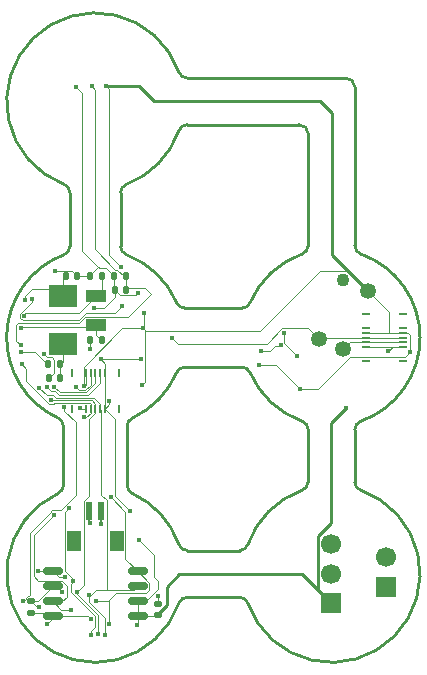
<source format=gbr>
%TF.GenerationSoftware,KiCad,Pcbnew,9.0.1*%
%TF.CreationDate,2025-04-17T12:30:49-04:00*%
%TF.ProjectId,IngestibleCapsule-Board_v2,496e6765-7374-4696-926c-654361707375,rev?*%
%TF.SameCoordinates,Original*%
%TF.FileFunction,Copper,L2,Bot*%
%TF.FilePolarity,Positive*%
%FSLAX46Y46*%
G04 Gerber Fmt 4.6, Leading zero omitted, Abs format (unit mm)*
G04 Created by KiCad (PCBNEW 9.0.1) date 2025-04-17 12:30:49*
%MOMM*%
%LPD*%
G01*
G04 APERTURE LIST*
G04 Aperture macros list*
%AMRoundRect*
0 Rectangle with rounded corners*
0 $1 Rounding radius*
0 $2 $3 $4 $5 $6 $7 $8 $9 X,Y pos of 4 corners*
0 Add a 4 corners polygon primitive as box body*
4,1,4,$2,$3,$4,$5,$6,$7,$8,$9,$2,$3,0*
0 Add four circle primitives for the rounded corners*
1,1,$1+$1,$2,$3*
1,1,$1+$1,$4,$5*
1,1,$1+$1,$6,$7*
1,1,$1+$1,$8,$9*
0 Add four rect primitives between the rounded corners*
20,1,$1+$1,$2,$3,$4,$5,0*
20,1,$1+$1,$4,$5,$6,$7,0*
20,1,$1+$1,$6,$7,$8,$9,0*
20,1,$1+$1,$8,$9,$2,$3,0*%
G04 Aperture macros list end*
%TA.AperFunction,ComponentPad*%
%ADD10R,1.700000X1.700000*%
%TD*%
%TA.AperFunction,ComponentPad*%
%ADD11C,1.700000*%
%TD*%
%TA.AperFunction,ComponentPad*%
%ADD12C,1.350000*%
%TD*%
%TA.AperFunction,ComponentPad*%
%ADD13C,1.100000*%
%TD*%
%TA.AperFunction,SMDPad,CuDef*%
%ADD14R,0.600000X1.550000*%
%TD*%
%TA.AperFunction,SMDPad,CuDef*%
%ADD15R,1.200000X1.800000*%
%TD*%
%TA.AperFunction,SMDPad,CuDef*%
%ADD16R,2.400000X1.900000*%
%TD*%
%TA.AperFunction,SMDPad,CuDef*%
%ADD17RoundRect,0.135000X0.135000X0.185000X-0.135000X0.185000X-0.135000X-0.185000X0.135000X-0.185000X0*%
%TD*%
%TA.AperFunction,SMDPad,CuDef*%
%ADD18R,0.700000X0.200000*%
%TD*%
%TA.AperFunction,SMDPad,CuDef*%
%ADD19RoundRect,0.135000X-0.185000X0.135000X-0.185000X-0.135000X0.185000X-0.135000X0.185000X0.135000X0*%
%TD*%
%TA.AperFunction,SMDPad,CuDef*%
%ADD20RoundRect,0.140000X0.170000X-0.140000X0.170000X0.140000X-0.170000X0.140000X-0.170000X-0.140000X0*%
%TD*%
%TA.AperFunction,SMDPad,CuDef*%
%ADD21RoundRect,0.140000X0.140000X0.170000X-0.140000X0.170000X-0.140000X-0.170000X0.140000X-0.170000X0*%
%TD*%
%TA.AperFunction,SMDPad,CuDef*%
%ADD22RoundRect,0.140000X-0.140000X-0.170000X0.140000X-0.170000X0.140000X0.170000X-0.140000X0.170000X0*%
%TD*%
%TA.AperFunction,SMDPad,CuDef*%
%ADD23R,1.800000X1.000000*%
%TD*%
%TA.AperFunction,SMDPad,CuDef*%
%ADD24RoundRect,0.162500X-0.650000X-0.162500X0.650000X-0.162500X0.650000X0.162500X-0.650000X0.162500X0*%
%TD*%
%TA.AperFunction,SMDPad,CuDef*%
%ADD25R,0.200000X0.700000*%
%TD*%
%TA.AperFunction,ViaPad*%
%ADD26C,0.450000*%
%TD*%
%TA.AperFunction,Conductor*%
%ADD27C,0.100000*%
%TD*%
%TA.AperFunction,Conductor*%
%ADD28C,0.250000*%
%TD*%
%TA.AperFunction,Conductor*%
%ADD29C,0.200000*%
%TD*%
%TA.AperFunction,Profile*%
%ADD30C,0.250000*%
%TD*%
G04 APERTURE END LIST*
D10*
%TO.P,J8,1,Pin_1*%
%TO.N,+3.3V*%
X114595000Y-121110000D03*
D11*
%TO.P,J8,2,Pin_2*%
%TO.N,GND*%
X114595000Y-118570000D03*
%TD*%
D10*
%TO.P,J7,1,Pin_1*%
%TO.N,+3.3V*%
X110000000Y-122500000D03*
D11*
%TO.P,J7,2,Pin_2*%
%TO.N,GND*%
X110000000Y-120000000D03*
%TO.P,J7,3,Pin_3*%
%TO.N,unconnected-(J7-Pin_3-Pad3)*%
X110000000Y-117500000D03*
%TD*%
D12*
%TO.P,U2,1,SDA*%
%TO.N,/MCU_I2C_SDA*%
X111000000Y-101000000D03*
%TO.P,U2,2,VDD*%
%TO.N,+3.3V*%
X113065000Y-96015000D03*
D13*
%TO.P,U2,3,GND*%
%TO.N,GND*%
X111000000Y-95160000D03*
D12*
%TO.P,U2,4,SCL*%
%TO.N,/MCU_I2C_SCL*%
X108935000Y-100145000D03*
%TD*%
D14*
%TO.P,J6,1,Pin_1*%
%TO.N,/RF Transceiver/RFN*%
X90500000Y-114663000D03*
%TO.P,J6,2,Pin_2*%
%TO.N,/RF Transceiver/RFP*%
X89500000Y-114663000D03*
D15*
%TO.P,J6,MP1*%
%TO.N,N/C*%
X91800000Y-117188000D03*
%TO.P,J6,MP2*%
X88200000Y-117188000D03*
%TD*%
D16*
%TO.P,Y1,1,1*%
%TO.N,Net-(C10-Pad2)*%
X87250000Y-100550000D03*
%TO.P,Y1,2,2*%
%TO.N,Net-(U1-PF0)*%
X87250000Y-96450000D03*
%TD*%
D17*
%TO.P,R3,1*%
%TO.N,Net-(C10-Pad2)*%
X87050000Y-102250000D03*
%TO.P,R3,2*%
%TO.N,Net-(U1-PF1)*%
X86030000Y-102250000D03*
%TD*%
D18*
%TO.P,J2,*%
%TO.N,*%
X112960000Y-102000000D03*
X116040000Y-102000000D03*
X112960000Y-98000000D03*
X116040000Y-98000000D03*
%TO.P,J2,1,1*%
%TO.N,GND*%
X112960000Y-100800000D03*
%TO.P,J2,2,2*%
X116040000Y-100800000D03*
%TO.P,J2,3,3*%
%TO.N,/MCU_I2C_SDA*%
X112960000Y-100400000D03*
%TO.P,J2,4,4*%
X116040000Y-100400000D03*
%TO.P,J2,5,5*%
%TO.N,/MCU_I2C_SCL*%
X112960000Y-100000000D03*
%TO.P,J2,6,6*%
X116040000Y-100000000D03*
%TO.P,J2,7,7*%
%TO.N,+3.3V*%
X112960000Y-99600000D03*
%TO.P,J2,8,8*%
X116040000Y-99600000D03*
%TO.P,J2,9,9*%
%TO.N,unconnected-(J2-Pad9)*%
X112960000Y-99200000D03*
%TO.P,J2,10,10*%
%TO.N,unconnected-(J2-Pad10)*%
X116040000Y-99200000D03*
%TD*%
D17*
%TO.P,R1,1*%
%TO.N,/Processor/NRST*%
X92620000Y-94800000D03*
%TO.P,R1,2*%
%TO.N,GND*%
X91600000Y-94800000D03*
%TD*%
D19*
%TO.P,R8,1*%
%TO.N,+3.3V*%
X84600000Y-122290000D03*
%TO.P,R8,2*%
%TO.N,/MCU_MEM_CS*%
X84600000Y-123310000D03*
%TD*%
D20*
%TO.P,C15,1*%
%TO.N,+3.3V*%
X95300000Y-123480000D03*
%TO.P,C15,2*%
%TO.N,GND*%
X95300000Y-122520000D03*
%TD*%
D21*
%TO.P,C2,1*%
%TO.N,/Processor/NRST*%
X92610000Y-95950000D03*
%TO.P,C2,2*%
%TO.N,GND*%
X91650000Y-95950000D03*
%TD*%
%TO.P,C9,1*%
%TO.N,GND*%
X88480000Y-94800000D03*
%TO.P,C9,2*%
%TO.N,Net-(U1-PF0)*%
X87520000Y-94800000D03*
%TD*%
D22*
%TO.P,C12,1*%
%TO.N,GND*%
X89570000Y-100200000D03*
%TO.P,C12,2*%
%TO.N,Net-(U1-PC15)*%
X90530000Y-100200000D03*
%TD*%
D23*
%TO.P,Y2,1,1*%
%TO.N,Net-(U1-PC15)*%
X90080000Y-98970000D03*
%TO.P,Y2,2,2*%
%TO.N,Net-(U1-PC14)*%
X90080000Y-96470000D03*
%TD*%
D24*
%TO.P,U4,1,~{CS}*%
%TO.N,/MCU_MEM_CS*%
X86412500Y-123600000D03*
%TO.P,U4,2,DO/IO_{1}*%
%TO.N,/MCU_SPI_MISO*%
X86412500Y-122330000D03*
%TO.P,U4,3,~{WP}/IO_{2}*%
%TO.N,+3.3V*%
X86412500Y-121060000D03*
%TO.P,U4,4,GND*%
%TO.N,GND*%
X86412500Y-119790000D03*
%TO.P,U4,5,DI/IO_{0}*%
%TO.N,/MCU_SPI_MOSI*%
X93587500Y-119790000D03*
%TO.P,U4,6,CLK*%
%TO.N,/MCU_SPI_SCK*%
X93587500Y-121060000D03*
%TO.P,U4,7,~{HOLD}/~{RESET}/IO_{3}*%
%TO.N,+3.3V*%
X93587500Y-122330000D03*
%TO.P,U4,8,VCC*%
X93587500Y-123600000D03*
%TD*%
D22*
%TO.P,C10,1*%
%TO.N,GND*%
X86070000Y-103400000D03*
%TO.P,C10,2*%
%TO.N,Net-(C10-Pad2)*%
X87030000Y-103400000D03*
%TD*%
%TO.P,C11,1*%
%TO.N,GND*%
X89570000Y-94800000D03*
%TO.P,C11,2*%
%TO.N,Net-(U1-PC14)*%
X90530000Y-94800000D03*
%TD*%
D25*
%TO.P,J3,*%
%TO.N,*%
X92000000Y-106040000D03*
X92000000Y-102960000D03*
X88000000Y-106040000D03*
X88000000Y-102960000D03*
%TO.P,J3,1,1*%
%TO.N,GND*%
X90800000Y-106040000D03*
%TO.P,J3,2,2*%
X90800000Y-102960000D03*
%TO.P,J3,3,3*%
%TO.N,/MCU_SPI_SCK*%
X90400000Y-106040000D03*
%TO.P,J3,4,4*%
%TO.N,/MCU_SPI_MISO*%
X90400000Y-102960000D03*
%TO.P,J3,5,5*%
%TO.N,/MCU_RF_CS*%
X90000000Y-106040000D03*
%TO.P,J3,6,6*%
%TO.N,/MCU_SPI_MOSI*%
X90000000Y-102960000D03*
%TO.P,J3,7,7*%
%TO.N,/MCU_RF_IRQ*%
X89600000Y-106040000D03*
%TO.P,J3,8,8*%
%TO.N,/MCU_MEM_CS*%
X89600000Y-102960000D03*
%TO.P,J3,9,9*%
%TO.N,+3.3V*%
X89200000Y-106040000D03*
%TO.P,J3,10,10*%
X89200000Y-102960000D03*
%TD*%
D26*
%TO.N,/MCU_SPI_MOSI*%
X90025000Y-122289000D03*
%TO.N,/MCU_SPI_MISO*%
X87910000Y-123020000D03*
%TO.N,/MCU_RF_CS*%
X90210000Y-125080000D03*
%TO.N,/MCU_SPI_SCK*%
X90800000Y-125150000D03*
%TO.N,Net-(U1-PF0)*%
X84074519Y-96815935D03*
%TO.N,GND*%
X86550000Y-94350000D03*
X93850000Y-101850000D03*
X92944834Y-114705166D03*
X114820000Y-101160000D03*
X89570000Y-100980000D03*
X85150000Y-119750000D03*
X85632434Y-101384433D03*
X95300000Y-121850000D03*
X93650000Y-96200000D03*
X88400000Y-78750000D03*
X89890000Y-97520000D03*
X87425000Y-120275000D03*
X90450000Y-101850000D03*
X91200000Y-105400000D03*
%TO.N,Net-(U1-PC14)*%
X84002473Y-98153897D03*
%TO.N,Net-(U1-PC15)*%
X83699000Y-99165000D03*
%TO.N,+3.3V*%
X116650000Y-101200000D03*
X93500000Y-124325000D03*
X87225000Y-121550000D03*
X111270000Y-105940000D03*
X93950000Y-104000000D03*
X107300000Y-104350000D03*
X84610000Y-96690000D03*
X92150000Y-94000000D03*
X88710000Y-105980000D03*
X94150000Y-97950000D03*
X89010000Y-104060000D03*
X103900000Y-102350000D03*
X85250000Y-122800000D03*
X92240000Y-97290000D03*
X93700000Y-117175000D03*
X94050000Y-99150000D03*
X90900000Y-78700000D03*
%TO.N,/Processor/NRST*%
X89700000Y-78700000D03*
X83725000Y-100650000D03*
%TO.N,/MCU_I2C_SCL*%
X96520000Y-100010000D03*
%TO.N,/MCU_I2C_SDA*%
X105685583Y-100654371D03*
X104055000Y-101094834D03*
%TO.N,/MCU_MEM_CS*%
X87388702Y-105888373D03*
X83920000Y-122340000D03*
X88400039Y-104193212D03*
X89600000Y-123790000D03*
X85910000Y-124250000D03*
%TO.N,/MCU_RF_IRQ*%
X83790000Y-102250000D03*
X89080000Y-106735000D03*
X87761881Y-114465000D03*
X88128266Y-120625002D03*
X89620000Y-125170000D03*
%TO.N,/MCU_SPI_MISO*%
X86515000Y-114983788D03*
X85933319Y-104181737D03*
%TO.N,/MCU_RF_CS*%
X88450166Y-121519834D03*
X86273584Y-105275000D03*
%TO.N,/RF Transceiver/RFN*%
X90500000Y-115750000D03*
%TO.N,/RF Transceiver/RFP*%
X89550000Y-115700000D03*
%TO.N,Net-(U1-PF1)*%
X83730851Y-101199972D03*
%TO.N,Net-(U3-SDO{slash}ADDR)*%
X107100000Y-101550000D03*
X106000000Y-99600000D03*
%TO.N,/MCU_SPI_MOSI*%
X91314684Y-113525000D03*
X91175000Y-124245519D03*
X86511701Y-104167031D03*
%TO.N,/MCU_SPI_SCK*%
X89462514Y-121773940D03*
X85250000Y-104250000D03*
%TD*%
D27*
%TO.N,/MCU_SPI_MOSI*%
X91049000Y-122289000D02*
X91180000Y-122420000D01*
X91180000Y-122420000D02*
X91180000Y-124240519D01*
X90025000Y-122289000D02*
X91049000Y-122289000D01*
X91180000Y-124240519D02*
X91175000Y-124245519D01*
X91180000Y-122190000D02*
X91180000Y-122420000D01*
X94551000Y-121356858D02*
X94307858Y-121600000D01*
X94307858Y-121600000D02*
X91770000Y-121600000D01*
X91770000Y-121600000D02*
X91180000Y-122190000D01*
X93587500Y-119790000D02*
X94551000Y-120753500D01*
X94551000Y-120753500D02*
X94551000Y-121356858D01*
%TO.N,/MCU_SPI_MISO*%
X87102500Y-123020000D02*
X87910000Y-123020000D01*
X86412500Y-122330000D02*
X87102500Y-123020000D01*
X87224999Y-122330000D02*
X86412500Y-122330000D01*
X87601000Y-121953999D02*
X87224999Y-122330000D01*
X87601000Y-120988142D02*
X87601000Y-121953999D01*
X84774000Y-120214000D02*
X85144000Y-120584000D01*
X85144000Y-120584000D02*
X87196858Y-120584000D01*
X87196858Y-120584000D02*
X87601000Y-120988142D01*
X84774000Y-116724788D02*
X84774000Y-120214000D01*
X86515000Y-114983788D02*
X84774000Y-116724788D01*
%TO.N,/MCU_RF_CS*%
X90210000Y-123450000D02*
X90210000Y-125080000D01*
X88450166Y-121690166D02*
X90210000Y-123450000D01*
X88450166Y-121519834D02*
X88450166Y-121690166D01*
%TO.N,/MCU_RF_IRQ*%
X87910000Y-120843268D02*
X88128266Y-120625002D01*
X87910000Y-121510000D02*
X87910000Y-120843268D01*
X89990000Y-123590000D02*
X87910000Y-121510000D01*
X89620000Y-124880000D02*
X89990000Y-124510000D01*
X89620000Y-125170000D02*
X89620000Y-124880000D01*
X89990000Y-124510000D02*
X89990000Y-123590000D01*
%TO.N,/MCU_SPI_SCK*%
X89462514Y-121773940D02*
X89646060Y-121773940D01*
X90060000Y-121360000D02*
X90960000Y-121360000D01*
X90800000Y-123740000D02*
X90800000Y-125150000D01*
X89646060Y-121773940D02*
X90060000Y-121360000D01*
X89462514Y-121773940D02*
X89462514Y-122402514D01*
X89462514Y-122402514D02*
X90800000Y-123740000D01*
%TO.N,/MCU_MEM_CS*%
X89410000Y-123600000D02*
X86412500Y-123600000D01*
X89600000Y-123790000D02*
X89410000Y-123600000D01*
%TO.N,Net-(U1-PF0)*%
X87250000Y-96450000D02*
X87250000Y-95070000D01*
X84074519Y-96815935D02*
X84074519Y-96465481D01*
X86720000Y-95920000D02*
X87250000Y-96450000D01*
X87250000Y-95070000D02*
X87520000Y-94800000D01*
X84074519Y-96465481D02*
X84620000Y-95920000D01*
X84620000Y-95920000D02*
X86720000Y-95920000D01*
%TO.N,GND*%
X116040000Y-100800000D02*
X115250000Y-100800000D01*
X115180000Y-100800000D02*
X115250000Y-100800000D01*
X91680000Y-106920000D02*
X90800000Y-106040000D01*
X90800000Y-102200000D02*
X90450000Y-101850000D01*
X88900000Y-92650000D02*
X90250000Y-94000000D01*
X91650000Y-95900000D02*
X91600000Y-95850000D01*
X88480000Y-94800000D02*
X88019000Y-94339000D01*
X89570000Y-100200000D02*
X89570000Y-100980000D01*
X85190000Y-119790000D02*
X85150000Y-119750000D01*
X91650000Y-95950000D02*
X91650000Y-96602000D01*
X90937500Y-94112500D02*
X91600000Y-94775000D01*
X90800000Y-102960000D02*
X90800000Y-102200000D01*
X86561000Y-94339000D02*
X86550000Y-94350000D01*
X91650000Y-96602000D02*
X90732000Y-97520000D01*
X91200000Y-105640000D02*
X90800000Y-106040000D01*
X91200000Y-105400000D02*
X91200000Y-105640000D01*
X90800000Y-106040000D02*
X90800000Y-102960000D01*
X86310000Y-101670000D02*
X86510000Y-101870000D01*
X91650000Y-95950000D02*
X91650000Y-95900000D01*
X86412500Y-119790000D02*
X85190000Y-119790000D01*
X93650000Y-96200000D02*
X93439000Y-96411000D01*
X85918000Y-101670000D02*
X86310000Y-101670000D01*
X88900000Y-79250000D02*
X88900000Y-92650000D01*
X87425000Y-120275000D02*
X86897500Y-120275000D01*
X115250000Y-100800000D02*
X112960000Y-100800000D01*
X92111000Y-96411000D02*
X91650000Y-95950000D01*
X86510000Y-101870000D02*
X86510000Y-102960000D01*
X89570000Y-94800000D02*
X89570000Y-94680000D01*
X91600000Y-95850000D02*
X91600000Y-94800000D01*
X93439000Y-96411000D02*
X92111000Y-96411000D01*
X86897500Y-120275000D02*
X86412500Y-119790000D01*
X90775000Y-94112500D02*
X90937500Y-94112500D01*
X90362500Y-94112500D02*
X90775000Y-94112500D01*
X90250000Y-94000000D02*
X90362500Y-94112500D01*
X86510000Y-102960000D02*
X86070000Y-103400000D01*
X93850000Y-101850000D02*
X90450000Y-101850000D01*
X92944834Y-114705166D02*
X91680000Y-113440332D01*
X85632434Y-101384433D02*
X85918000Y-101670000D01*
X89570000Y-94800000D02*
X88480000Y-94800000D01*
X88400000Y-78750000D02*
X88900000Y-79250000D01*
X89570000Y-94680000D02*
X90250000Y-94000000D01*
X88019000Y-94339000D02*
X86561000Y-94339000D01*
X91680000Y-113440332D02*
X91680000Y-106920000D01*
X90732000Y-97520000D02*
X89890000Y-97520000D01*
X114820000Y-101160000D02*
X115180000Y-100800000D01*
X91600000Y-94775000D02*
X91600000Y-94800000D01*
X95300000Y-122520000D02*
X95300000Y-121850000D01*
%TO.N,Net-(U1-PC14)*%
X88660000Y-97890000D02*
X90080000Y-96470000D01*
X84002473Y-98153897D02*
X84002473Y-97994908D01*
X90530000Y-94800000D02*
X90530000Y-96020000D01*
X84107381Y-97890000D02*
X88660000Y-97890000D01*
X84002473Y-97994908D02*
X84107381Y-97890000D01*
X90530000Y-96020000D02*
X90080000Y-96470000D01*
%TO.N,Net-(U1-PC15)*%
X83789000Y-99075000D02*
X89975000Y-99075000D01*
X90080000Y-98970000D02*
X90080000Y-99750000D01*
X89975000Y-99075000D02*
X90080000Y-98970000D01*
X90080000Y-99750000D02*
X90530000Y-100200000D01*
X83699000Y-99165000D02*
X83789000Y-99075000D01*
%TO.N,+3.3V*%
X88710000Y-105980000D02*
X88770000Y-106040000D01*
X92305416Y-99150000D02*
X94050000Y-99150000D01*
X91634000Y-97896000D02*
X92240000Y-97290000D01*
D28*
X94970000Y-79980000D02*
X108990000Y-79980000D01*
D27*
X84610000Y-97014625D02*
X83626473Y-97998152D01*
X111538141Y-101630000D02*
X108818141Y-104350000D01*
X95300000Y-120600000D02*
X95300000Y-121318255D01*
D28*
X96050000Y-122610000D02*
X96050000Y-121080000D01*
D27*
X93700000Y-117175000D02*
X94950000Y-118425000D01*
X93587500Y-124237500D02*
X93500000Y-124325000D01*
X116650000Y-101200000D02*
X116650000Y-99760000D01*
X88770000Y-106040000D02*
X89200000Y-106040000D01*
X111400000Y-94350000D02*
X109020000Y-94350000D01*
X116220000Y-101630000D02*
X111538141Y-101630000D01*
X91150000Y-93000000D02*
X91150000Y-78950000D01*
X116650000Y-99760000D02*
X116490000Y-99600000D01*
X103900000Y-102350000D02*
X105300000Y-102350000D01*
X94226000Y-99660000D02*
X94226000Y-103724000D01*
X86735000Y-121060000D02*
X86412500Y-121060000D01*
X85250000Y-122800000D02*
X85110000Y-122800000D01*
D28*
X110030000Y-81020000D02*
X110030000Y-92980000D01*
D27*
X89090000Y-104060000D02*
X89200000Y-103950000D01*
X112960000Y-99600000D02*
X114900000Y-99600000D01*
X113065000Y-96015000D02*
X114900000Y-97850000D01*
X83626473Y-98309642D02*
X83846728Y-98529897D01*
X94150000Y-97950000D02*
X94150000Y-99050000D01*
X85182500Y-122290000D02*
X86412500Y-121060000D01*
X116650000Y-101200000D02*
X116220000Y-101630000D01*
X114900000Y-99600000D02*
X116040000Y-99600000D01*
X95180000Y-123600000D02*
X95300000Y-123480000D01*
D28*
X95300000Y-123480000D02*
X95300000Y-123360000D01*
D27*
X89010000Y-102445416D02*
X92305416Y-99150000D01*
D28*
X90900000Y-78700000D02*
X93690000Y-78700000D01*
D27*
X89219744Y-97896000D02*
X91634000Y-97896000D01*
D28*
X95300000Y-123360000D02*
X96050000Y-122610000D01*
D27*
X94288255Y-122330000D02*
X93587500Y-122330000D01*
X94226000Y-99326000D02*
X94226000Y-99660000D01*
X92150000Y-94000000D02*
X91150000Y-93000000D01*
D28*
X110000000Y-115690000D02*
X110000000Y-107210000D01*
D27*
X103925000Y-99445000D02*
X103920000Y-99440000D01*
X95300000Y-121318255D02*
X94288255Y-122330000D01*
X84610000Y-96690000D02*
X84610000Y-97014625D01*
D28*
X110000000Y-107210000D02*
X111270000Y-105940000D01*
D27*
X89010000Y-104060000D02*
X89090000Y-104060000D01*
X108818141Y-104350000D02*
X107300000Y-104350000D01*
X105300000Y-102350000D02*
X107300000Y-104350000D01*
X83846728Y-98529897D02*
X88585847Y-98529897D01*
D28*
X108870000Y-116820000D02*
X110000000Y-115690000D01*
D27*
X94050000Y-99150000D02*
X94226000Y-99326000D01*
X93587500Y-123600000D02*
X95180000Y-123600000D01*
D28*
X107500000Y-120000000D02*
X110000000Y-122500000D01*
D27*
X94950000Y-120250000D02*
X95300000Y-120600000D01*
D28*
X97130000Y-120000000D02*
X107500000Y-120000000D01*
D27*
X116490000Y-99600000D02*
X116040000Y-99600000D01*
X94950000Y-118425000D02*
X94950000Y-120250000D01*
X93587500Y-123600000D02*
X93587500Y-124237500D01*
X114900000Y-97850000D02*
X114900000Y-99600000D01*
X88585847Y-98529897D02*
X89219744Y-97896000D01*
X113065000Y-96015000D02*
X111400000Y-94350000D01*
X89010000Y-104060000D02*
X89010000Y-102445416D01*
D28*
X110000000Y-122500000D02*
X108870000Y-121370000D01*
D27*
X93587500Y-122330000D02*
X93587500Y-123600000D01*
X87225000Y-121550000D02*
X86735000Y-121060000D01*
D28*
X96050000Y-121080000D02*
X97130000Y-120000000D01*
D27*
X109020000Y-94350000D02*
X103925000Y-99445000D01*
D28*
X93690000Y-78700000D02*
X94970000Y-79980000D01*
D27*
X91150000Y-78950000D02*
X90900000Y-78700000D01*
D28*
X108990000Y-79980000D02*
X110030000Y-81020000D01*
D27*
X94226000Y-103724000D02*
X93950000Y-104000000D01*
X94226000Y-99440000D02*
X103920000Y-99440000D01*
D28*
X110030000Y-92980000D02*
X113065000Y-96015000D01*
D27*
X89200000Y-103950000D02*
X89200000Y-102960000D01*
X83626473Y-97998152D02*
X83626473Y-98309642D01*
X94150000Y-99050000D02*
X94050000Y-99150000D01*
X85110000Y-122800000D02*
X84600000Y-122290000D01*
D28*
X108870000Y-121370000D02*
X108870000Y-116820000D01*
D27*
X84600000Y-122290000D02*
X85182500Y-122290000D01*
%TO.N,/Processor/NRST*%
X94234000Y-95824000D02*
X92736000Y-95824000D01*
X91712706Y-94250000D02*
X90000000Y-92537294D01*
X83463255Y-98780000D02*
X88620000Y-98780000D01*
X94715000Y-96305000D02*
X94234000Y-95824000D01*
X90000000Y-79000000D02*
X89700000Y-78700000D01*
X83324000Y-98919255D02*
X83463255Y-98780000D01*
X83324000Y-100249000D02*
X83324000Y-98919255D01*
X92610000Y-94810000D02*
X92620000Y-94800000D01*
X90000000Y-92537294D02*
X90000000Y-79000000D01*
X92736000Y-95824000D02*
X92610000Y-95950000D01*
X91864104Y-94250000D02*
X91712706Y-94250000D01*
X92620000Y-94800000D02*
X92414104Y-94800000D01*
X89170000Y-98230000D02*
X92790000Y-98230000D01*
X92414104Y-94800000D02*
X91864104Y-94250000D01*
X83725000Y-100650000D02*
X83324000Y-100249000D01*
X92790000Y-98230000D02*
X94715000Y-96305000D01*
X88620000Y-98780000D02*
X89170000Y-98230000D01*
X92610000Y-95950000D02*
X92610000Y-94810000D01*
%TO.N,/MCU_I2C_SCL*%
X109080000Y-100000000D02*
X108935000Y-100145000D01*
X108014000Y-99224000D02*
X108935000Y-100145000D01*
X97040000Y-100530000D02*
X104538255Y-100530000D01*
X116040000Y-100000000D02*
X112960000Y-100000000D01*
X112960000Y-100000000D02*
X109080000Y-100000000D01*
X105844255Y-99224000D02*
X108014000Y-99224000D01*
X96520000Y-100010000D02*
X97040000Y-100530000D01*
X104538255Y-100530000D02*
X105844255Y-99224000D01*
%TO.N,/MCU_I2C_SDA*%
X105203286Y-100671714D02*
X104780166Y-101094834D01*
X112960000Y-100400000D02*
X111600000Y-100400000D01*
X105668240Y-100671714D02*
X105203286Y-100671714D01*
X111600000Y-100400000D02*
X111000000Y-101000000D01*
X112960000Y-100400000D02*
X116040000Y-100400000D01*
X104780166Y-101094834D02*
X104055000Y-101094834D01*
X105685583Y-100654371D02*
X105668240Y-100671714D01*
%TO.N,/MCU_MEM_CS*%
X89600000Y-104000000D02*
X89600000Y-102960000D01*
X86139000Y-114831000D02*
X84450000Y-116520000D01*
X86122500Y-123310000D02*
X86412500Y-123600000D01*
X86412500Y-123747500D02*
X85910000Y-124250000D01*
X87388702Y-106180702D02*
X88350000Y-107142000D01*
X88646827Y-104440000D02*
X89160000Y-104440000D01*
X86359255Y-114607788D02*
X86139000Y-114828043D01*
X88350000Y-113330000D02*
X87072212Y-114607788D01*
X89160000Y-104440000D02*
X89600000Y-104000000D01*
X86412500Y-123600000D02*
X86412500Y-123747500D01*
X87388702Y-105888373D02*
X87388702Y-106180702D01*
X84129000Y-122131000D02*
X83920000Y-122340000D01*
X84391000Y-121869000D02*
X84292792Y-121869000D01*
X87072212Y-114607788D02*
X86359255Y-114607788D01*
X84129000Y-122032792D02*
X84129000Y-122131000D01*
X86139000Y-114828043D02*
X86139000Y-114831000D01*
X88400039Y-104193212D02*
X88646827Y-104440000D01*
X84450000Y-121810000D02*
X84391000Y-121869000D01*
X84292792Y-121869000D02*
X84129000Y-122032792D01*
X88350000Y-107142000D02*
X88350000Y-113330000D01*
X84600000Y-123310000D02*
X86122500Y-123310000D01*
X84450000Y-116520000D02*
X84450000Y-121810000D01*
%TO.N,/MCU_RF_IRQ*%
X86566956Y-105513373D02*
X86429329Y-105651000D01*
X89600000Y-106040000D02*
X89600000Y-105590000D01*
X84170000Y-102630000D02*
X83790000Y-102250000D01*
X84170000Y-103701745D02*
X84170000Y-102630000D01*
X85897584Y-105429329D02*
X84170000Y-103701745D01*
X85897584Y-105430745D02*
X85897584Y-105429329D01*
X86117839Y-105651000D02*
X85897584Y-105430745D01*
X87449000Y-119767255D02*
X88128266Y-120446521D01*
X87449000Y-114777881D02*
X87449000Y-119767255D01*
X89080000Y-106735000D02*
X89205000Y-106735000D01*
X89600000Y-106340000D02*
X89600000Y-106040000D01*
X89523373Y-105513373D02*
X86566956Y-105513373D01*
X87761881Y-114465000D02*
X87449000Y-114777881D01*
X89600000Y-105590000D02*
X89523373Y-105513373D01*
X86429329Y-105651000D02*
X86117839Y-105651000D01*
X88128266Y-120446521D02*
X88128266Y-120625002D01*
X89205000Y-106735000D02*
X89600000Y-106340000D01*
%TO.N,/MCU_SPI_MISO*%
X86902414Y-104842000D02*
X89377000Y-104842000D01*
X86294613Y-104543031D02*
X86603445Y-104543031D01*
X85933319Y-104181737D02*
X86294613Y-104543031D01*
X90400000Y-103819000D02*
X90400000Y-102960000D01*
X86603445Y-104543031D02*
X86902414Y-104842000D01*
X89377000Y-104842000D02*
X90400000Y-103819000D01*
%TO.N,/MCU_RF_CS*%
X89050000Y-120920000D02*
X88450166Y-121519834D01*
X89440000Y-113410000D02*
X89050000Y-113800000D01*
X89720000Y-105310000D02*
X90000000Y-105590000D01*
X86308584Y-105310000D02*
X89720000Y-105310000D01*
X89440000Y-106900000D02*
X89440000Y-113410000D01*
X90000000Y-105590000D02*
X90000000Y-106040000D01*
X90000000Y-106340000D02*
X89440000Y-106900000D01*
X90000000Y-106040000D02*
X90000000Y-106340000D01*
X89050000Y-113800000D02*
X89050000Y-120920000D01*
X86273584Y-105275000D02*
X86308584Y-105310000D01*
D29*
%TO.N,/RF Transceiver/RFN*%
X90500000Y-114663000D02*
X90500000Y-115750000D01*
%TO.N,/RF Transceiver/RFP*%
X89500000Y-115650000D02*
X89550000Y-115700000D01*
X89500000Y-114663000D02*
X89500000Y-115650000D01*
D27*
%TO.N,Net-(U1-PF1)*%
X83730851Y-101199972D02*
X83730879Y-101200000D01*
X85950000Y-102250000D02*
X86030000Y-102250000D01*
X83730879Y-101200000D02*
X84900000Y-101200000D01*
X84900000Y-101200000D02*
X85950000Y-102250000D01*
%TO.N,Net-(U3-SDO{slash}ADDR)*%
X106000000Y-100450000D02*
X107100000Y-101550000D01*
X106000000Y-99600000D02*
X106000000Y-100450000D01*
%TO.N,Net-(C10-Pad2)*%
X87250000Y-102050000D02*
X87050000Y-102250000D01*
X87050000Y-103380000D02*
X87030000Y-103400000D01*
X87050000Y-102250000D02*
X87050000Y-103380000D01*
X87250000Y-100550000D02*
X87250000Y-102050000D01*
%TO.N,/MCU_SPI_MOSI*%
X86985670Y-104641000D02*
X89243257Y-104641000D01*
X93587500Y-119790000D02*
X92551000Y-118753500D01*
X92551000Y-114761316D02*
X91314684Y-113525000D01*
X89243257Y-104641000D02*
X90000000Y-103884257D01*
X86511701Y-104167031D02*
X86985670Y-104641000D01*
X92551000Y-118753500D02*
X92551000Y-114761316D01*
X90000000Y-103884257D02*
X90000000Y-102960000D01*
%TO.N,/MCU_SPI_SCK*%
X89920000Y-105110000D02*
X90400000Y-105590000D01*
X90960000Y-113746000D02*
X90960000Y-121360000D01*
X86429329Y-104899000D02*
X86640329Y-105110000D01*
X90400000Y-106040000D02*
X90500000Y-106140000D01*
X93287500Y-121360000D02*
X93587500Y-121060000D01*
X85250000Y-104250000D02*
X85899000Y-104899000D01*
X85899000Y-104899000D02*
X86429329Y-104899000D01*
X86640329Y-105110000D02*
X89920000Y-105110000D01*
X90400000Y-105590000D02*
X90400000Y-106040000D01*
X90500000Y-106140000D02*
X90500000Y-113286000D01*
X90960000Y-121360000D02*
X93287500Y-121360000D01*
X90500000Y-113286000D02*
X90960000Y-113746000D01*
%TD*%
D30*
X87363636Y-87021366D02*
G75*
G02*
X97079062Y-77522727I2636364J7021366D01*
G01*
X111975000Y-107787000D02*
X111975000Y-112213032D01*
X108025000Y-112213000D02*
G75*
G02*
X107522717Y-112920910I-750000J0D01*
G01*
X97079062Y-122477273D02*
G75*
G02*
X86863636Y-113187275I-7079062J2477273D01*
G01*
X92636364Y-92978634D02*
G75*
G02*
X92150003Y-92276500I263636J702134D01*
G01*
X112477273Y-92920938D02*
G75*
G02*
X111975064Y-92213032I247727J707838D01*
G01*
X107522727Y-107079062D02*
G75*
G02*
X108024936Y-107786968I-247727J-707838D01*
G01*
X97582900Y-97500000D02*
G75*
G02*
X96893544Y-97045446I0J750000D01*
G01*
X112477273Y-112920938D02*
G75*
G02*
X111975064Y-112213032I247727J707838D01*
G01*
X97582875Y-102500000D02*
X102417100Y-102500000D01*
X102920938Y-117522727D02*
G75*
G02*
X107522727Y-112920938I7079062J-2477273D01*
G01*
X112477273Y-112920938D02*
G75*
G02*
X102920938Y-122477273I-2477273J-7079062D01*
G01*
X103106477Y-97045455D02*
G75*
G02*
X107522727Y-92920938I6893523J-2954545D01*
G01*
X97787000Y-118025000D02*
X102213032Y-118025000D01*
X108025000Y-92213000D02*
G75*
G02*
X107522717Y-92920910I-750000J0D01*
G01*
X96893523Y-102954545D02*
G75*
G02*
X93136364Y-106812725I-6893523J2954545D01*
G01*
X92700000Y-107494000D02*
G75*
G02*
X93136365Y-106812727I750000J0D01*
G01*
X93136364Y-113187275D02*
G75*
G02*
X92699998Y-112506000I313636J681275D01*
G01*
X92700000Y-107494000D02*
X92700000Y-112506000D01*
X103106477Y-97045455D02*
G75*
G02*
X102417125Y-97499931I-689277J295455D01*
G01*
X97786968Y-121975000D02*
X102213000Y-121975000D01*
X97787000Y-118025000D02*
G75*
G02*
X97079090Y-117522717I0J750000D01*
G01*
X97079062Y-82477273D02*
G75*
G02*
X92636364Y-87021366I-7079062J2477273D01*
G01*
X111975000Y-92213032D02*
X111975000Y-78775000D01*
X97786968Y-81975000D02*
X107275000Y-81975000D01*
X93136364Y-113187275D02*
G75*
G02*
X97079062Y-117522727I-3136364J-6812725D01*
G01*
X92150000Y-87723500D02*
G75*
G02*
X92636363Y-87021364I750000J0D01*
G01*
X86863636Y-106812725D02*
G75*
G02*
X87363636Y-92978634I3136364J6812725D01*
G01*
X87850000Y-87723500D02*
X87850000Y-92276500D01*
X97787000Y-78025000D02*
X111225000Y-78025000D01*
X97582900Y-97500000D02*
X102417125Y-97500000D01*
X97787000Y-78025000D02*
G75*
G02*
X97079090Y-77522717I0J750000D01*
G01*
X102213000Y-121975000D02*
G75*
G02*
X102920910Y-122477283I0J-750000D01*
G01*
X112477273Y-92920938D02*
G75*
G02*
X112477273Y-107079062I-2477273J-7079062D01*
G01*
X87300000Y-107494000D02*
X87300000Y-112506000D01*
X107522727Y-107079062D02*
G75*
G02*
X103106477Y-102954545I2477273J7079062D01*
G01*
X111225000Y-78025000D02*
G75*
G02*
X111975000Y-78775000I0J-750000D01*
G01*
X107275000Y-81975000D02*
G75*
G02*
X108025000Y-82725000I0J-750000D01*
G01*
X92636364Y-92978634D02*
G75*
G02*
X96893523Y-97045455I-2636364J-7021366D01*
G01*
X97079062Y-82477273D02*
G75*
G02*
X97786968Y-81975064I707838J-247727D01*
G01*
X111975000Y-107787000D02*
G75*
G02*
X112477283Y-107079090I750000J0D01*
G01*
X108025000Y-92213000D02*
X108025000Y-82725000D01*
X87300000Y-112506000D02*
G75*
G02*
X86863635Y-113187273I-750000J0D01*
G01*
X102417100Y-102500000D02*
G75*
G02*
X103106456Y-102954554I0J-750000D01*
G01*
X87363636Y-87021366D02*
G75*
G02*
X87849997Y-87723500I-263636J-702134D01*
G01*
X96893523Y-102954545D02*
G75*
G02*
X97582875Y-102500069I689277J-295455D01*
G01*
X97079062Y-122477273D02*
G75*
G02*
X97786968Y-121975064I707838J-247727D01*
G01*
X108025000Y-107786968D02*
X108025000Y-112213000D01*
X86863636Y-106812725D02*
G75*
G02*
X87300002Y-107494000I-313636J-681275D01*
G01*
X102920938Y-117522727D02*
G75*
G02*
X102213032Y-118024936I-707838J247727D01*
G01*
X87850000Y-92276500D02*
G75*
G02*
X87363637Y-92978636I-750000J0D01*
G01*
X92150000Y-87723500D02*
X92150000Y-92276500D01*
M02*

</source>
